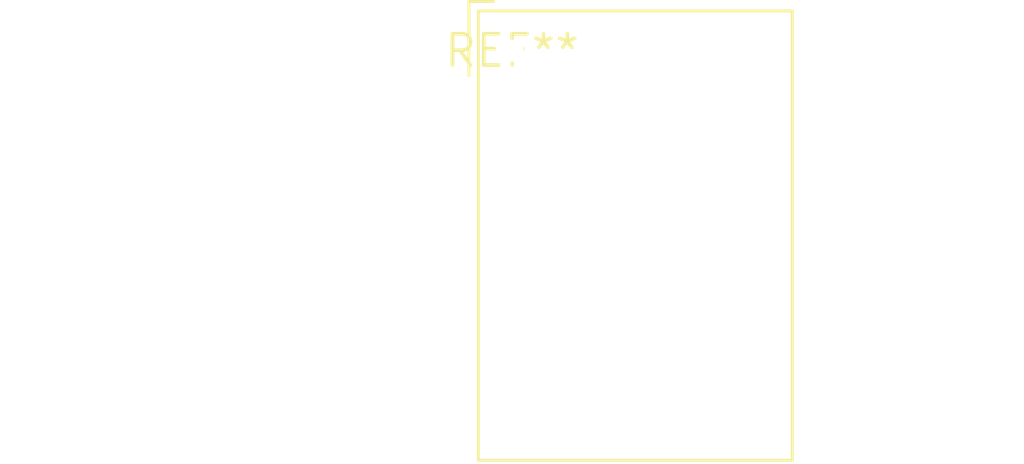
<source format=kicad_pcb>
(kicad_pcb (version 20240108) (generator pcbnew)
  (layers (0 "F.Cu" signal) (31 "B.Cu" signal) (34 "B.Paste" user) (35 "F.Paste" user) (36 "B.SilkS" user "B.Silkscreen") (37 "F.SilkS" user "F.Silkscreen") (38 "B.Mask" user) (39 "F.Mask" user) (44 "Edge.Cuts" user))
  (net 0 "")
  (footprint "Choke_Schaffner_RN212-04-12.5x18.0mm" (layer "F.Cu") (at 0 0)
    (property "Reference" "REF**")
    (property "Value" "Choke_Schaffner_RN212-04-12.5x18.0mm")
    (fp_line (start -1.75 -2) (end -1.75 1) (layer "F.SilkS") (stroke (width 0.12)))
    (fp_line (start -1.75 -2) (end -0.75 -2) (layer "F.SilkS") (stroke (width 0.12)))
    (fp_line (start -1.37 -1.62) (end 11.37 -1.62) (layer "F.SilkS") (stroke (width 0.12)))
    (fp_line (start -1.37 16.62) (end -1.37 -1.62) (layer "F.SilkS") (stroke (width 0.12)))
    (fp_line (start 11.37 -1.62) (end 11.37 16.62) (layer "F.SilkS") (stroke (width 0.12)))
    (fp_line (start 11.37 16.62) (end -1.37 16.62) (layer "F.SilkS") (stroke (width 0.12)))
    (pad "1" thru_hole rect (at 0 0) (size 2 2) (drill 0.9) (layers *.Cu *.Mask) (remove_unused_layers))
    (pad "2" thru_hole circle (at 10 0) (size 2 2) (drill 0.9) (layers *.Cu *.Mask) (remove_unused_layers))
    (pad "3" thru_hole circle (at 0 15) (size 2 2) (drill 0.9) (layers *.Cu *.Mask) (remove_unused_layers))
    (pad "4" thru_hole circle (at 10 15) (size 2 2) (drill 0.9) (layers *.Cu *.Mask) (remove_unused_layers))
  )
)
</source>
